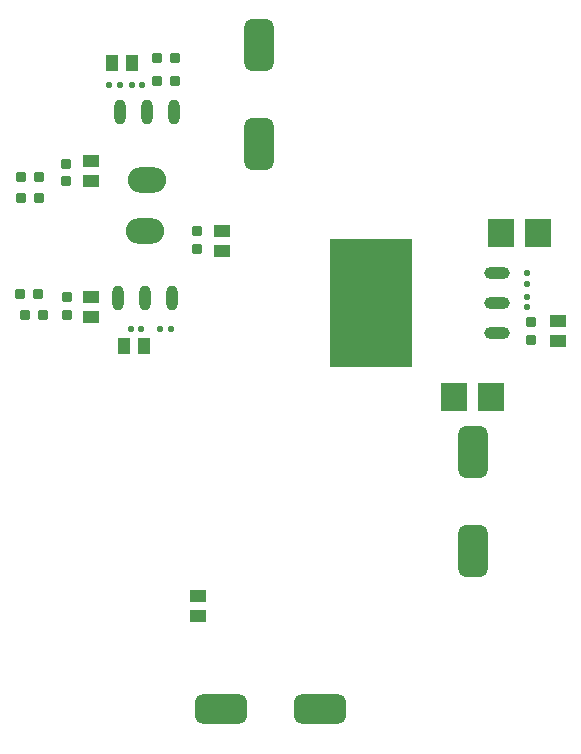
<source format=gbr>
G04 Layer_Color=128*
%FSLAX26Y26*%
%MOIN*%
%TF.FileFunction,Paste,Bot*%
%TF.Part,Single*%
G01*
G75*
%TA.AperFunction,SMDPad,CuDef*%
G04:AMPARAMS|DCode=12|XSize=20mil|YSize=20mil|CornerRadius=6mil|HoleSize=0mil|Usage=FLASHONLY|Rotation=90.000|XOffset=0mil|YOffset=0mil|HoleType=Round|Shape=RoundedRectangle|*
%AMROUNDEDRECTD12*
21,1,0.020000,0.008000,0,0,90.0*
21,1,0.008000,0.020000,0,0,90.0*
1,1,0.012000,0.004000,0.004000*
1,1,0.012000,0.004000,-0.004000*
1,1,0.012000,-0.004000,-0.004000*
1,1,0.012000,-0.004000,0.004000*
%
%ADD12ROUNDEDRECTD12*%
G04:AMPARAMS|DCode=13|XSize=20mil|YSize=20mil|CornerRadius=6mil|HoleSize=0mil|Usage=FLASHONLY|Rotation=180.000|XOffset=0mil|YOffset=0mil|HoleType=Round|Shape=RoundedRectangle|*
%AMROUNDEDRECTD13*
21,1,0.020000,0.008000,0,0,180.0*
21,1,0.008000,0.020000,0,0,180.0*
1,1,0.012000,-0.004000,0.004000*
1,1,0.012000,0.004000,0.004000*
1,1,0.012000,0.004000,-0.004000*
1,1,0.012000,-0.004000,-0.004000*
%
%ADD13ROUNDEDRECTD13*%
G04:AMPARAMS|DCode=17|XSize=35mil|YSize=34mil|CornerRadius=9.01mil|HoleSize=0mil|Usage=FLASHONLY|Rotation=90.000|XOffset=0mil|YOffset=0mil|HoleType=Round|Shape=RoundedRectangle|*
%AMROUNDEDRECTD17*
21,1,0.035000,0.015980,0,0,90.0*
21,1,0.016980,0.034000,0,0,90.0*
1,1,0.018020,0.007990,0.008490*
1,1,0.018020,0.007990,-0.008490*
1,1,0.018020,-0.007990,-0.008490*
1,1,0.018020,-0.007990,0.008490*
%
%ADD17ROUNDEDRECTD17*%
G04:AMPARAMS|DCode=21|XSize=35mil|YSize=34mil|CornerRadius=5.95mil|HoleSize=0mil|Usage=FLASHONLY|Rotation=90.000|XOffset=0mil|YOffset=0mil|HoleType=Round|Shape=RoundedRectangle|*
%AMROUNDEDRECTD21*
21,1,0.035000,0.022100,0,0,90.0*
21,1,0.023100,0.034000,0,0,90.0*
1,1,0.011900,0.011050,0.011550*
1,1,0.011900,0.011050,-0.011550*
1,1,0.011900,-0.011050,-0.011550*
1,1,0.011900,-0.011050,0.011550*
%
%ADD21ROUNDEDRECTD21*%
G04:AMPARAMS|DCode=23|XSize=55mil|YSize=43mil|CornerRadius=7.955mil|HoleSize=0mil|Usage=FLASHONLY|Rotation=90.000|XOffset=0mil|YOffset=0mil|HoleType=Round|Shape=RoundedRectangle|*
%AMROUNDEDRECTD23*
21,1,0.055000,0.027090,0,0,90.0*
21,1,0.039090,0.043000,0,0,90.0*
1,1,0.015910,0.013545,0.019545*
1,1,0.015910,0.013545,-0.019545*
1,1,0.015910,-0.013545,-0.019545*
1,1,0.015910,-0.013545,0.019545*
%
%ADD23ROUNDEDRECTD23*%
G04:AMPARAMS|DCode=24|XSize=35mil|YSize=34mil|CornerRadius=5.95mil|HoleSize=0mil|Usage=FLASHONLY|Rotation=0.000|XOffset=0mil|YOffset=0mil|HoleType=Round|Shape=RoundedRectangle|*
%AMROUNDEDRECTD24*
21,1,0.035000,0.022100,0,0,0.0*
21,1,0.023100,0.034000,0,0,0.0*
1,1,0.011900,0.011550,-0.011050*
1,1,0.011900,-0.011550,-0.011050*
1,1,0.011900,-0.011550,0.011050*
1,1,0.011900,0.011550,0.011050*
%
%ADD24ROUNDEDRECTD24*%
G04:AMPARAMS|DCode=32|XSize=55mil|YSize=43mil|CornerRadius=7.955mil|HoleSize=0mil|Usage=FLASHONLY|Rotation=180.000|XOffset=0mil|YOffset=0mil|HoleType=Round|Shape=RoundedRectangle|*
%AMROUNDEDRECTD32*
21,1,0.055000,0.027090,0,0,180.0*
21,1,0.039090,0.043000,0,0,180.0*
1,1,0.015910,-0.019545,0.013545*
1,1,0.015910,0.019545,0.013545*
1,1,0.015910,0.019545,-0.013545*
1,1,0.015910,-0.019545,-0.013545*
%
%ADD32ROUNDEDRECTD32*%
G04:AMPARAMS|DCode=56|XSize=173.228mil|YSize=98.425mil|CornerRadius=24.606mil|HoleSize=0mil|Usage=FLASHONLY|Rotation=90.000|XOffset=0mil|YOffset=0mil|HoleType=Round|Shape=RoundedRectangle|*
%AMROUNDEDRECTD56*
21,1,0.173228,0.049213,0,0,90.0*
21,1,0.124016,0.098425,0,0,90.0*
1,1,0.049213,0.024606,0.062008*
1,1,0.049213,0.024606,-0.062008*
1,1,0.049213,-0.024606,-0.062008*
1,1,0.049213,-0.024606,0.062008*
%
%ADD56ROUNDEDRECTD56*%
%ADD57O,0.037000X0.084000*%
%ADD58O,0.128000X0.085000*%
%ADD59R,0.087008X0.092520*%
%ADD60R,0.275000X0.425000*%
%ADD61O,0.085000X0.042000*%
G04:AMPARAMS|DCode=62|XSize=173.228mil|YSize=98.425mil|CornerRadius=24.606mil|HoleSize=0mil|Usage=FLASHONLY|Rotation=180.000|XOffset=0mil|YOffset=0mil|HoleType=Round|Shape=RoundedRectangle|*
%AMROUNDEDRECTD62*
21,1,0.173228,0.049213,0,0,180.0*
21,1,0.124016,0.098425,0,0,180.0*
1,1,0.049213,-0.062008,0.024606*
1,1,0.049213,0.062008,0.024606*
1,1,0.049213,0.062008,-0.024606*
1,1,0.049213,-0.062008,-0.024606*
%
%ADD62ROUNDEDRECTD62*%
D12*
X5506696Y7192000D02*
D03*
X5541696D02*
D03*
X5470000Y8005000D02*
D03*
X5435000D02*
D03*
X5545000D02*
D03*
X5510000D02*
D03*
X5604500Y7194000D02*
D03*
X5639500D02*
D03*
D13*
X6826000Y7265500D02*
D03*
Y7300500D02*
D03*
Y7343500D02*
D03*
Y7378500D02*
D03*
D17*
X5290000Y7685000D02*
D03*
Y7744000D02*
D03*
X5295000Y7299000D02*
D03*
Y7240000D02*
D03*
D21*
X5729000Y7460000D02*
D03*
Y7519000D02*
D03*
X6840000Y7214500D02*
D03*
Y7155500D02*
D03*
D23*
X5442500Y8078000D02*
D03*
X5509500D02*
D03*
X5485000Y7135158D02*
D03*
X5552000D02*
D03*
D24*
X5595500Y8095000D02*
D03*
X5654500D02*
D03*
X5595500Y8020000D02*
D03*
X5654500D02*
D03*
X5199500Y7700000D02*
D03*
X5140500D02*
D03*
X5200000Y7630000D02*
D03*
X5141000D02*
D03*
X5137500Y7309000D02*
D03*
X5196500D02*
D03*
X5154386Y7240000D02*
D03*
X5213386D02*
D03*
D32*
X5375000Y7753500D02*
D03*
Y7686500D02*
D03*
X5811000Y7453000D02*
D03*
Y7520000D02*
D03*
X5375000Y7231500D02*
D03*
Y7298500D02*
D03*
X5732000Y6304000D02*
D03*
Y6237000D02*
D03*
X6930000Y7221000D02*
D03*
Y7154000D02*
D03*
D56*
X5935000Y7809291D02*
D03*
Y8140000D02*
D03*
X6648000Y6453011D02*
D03*
Y6783720D02*
D03*
D57*
X5470000Y7915000D02*
D03*
X5560000D02*
D03*
X5650000D02*
D03*
X5645000Y7295000D02*
D03*
X5555000D02*
D03*
X5465000D02*
D03*
D58*
X5560000Y7690000D02*
D03*
X5555000Y7520000D02*
D03*
D59*
X6585386Y6966000D02*
D03*
X6708614D02*
D03*
X6742000Y7512000D02*
D03*
X6865228D02*
D03*
D60*
X6306000Y7280000D02*
D03*
D61*
X6726000Y7180000D02*
D03*
Y7280000D02*
D03*
Y7380000D02*
D03*
D62*
X6137709Y5926000D02*
D03*
X5807000D02*
D03*
%TF.MD5,8F7B41707607405D61E58C0EBDFBF7AC*%
M02*

</source>
